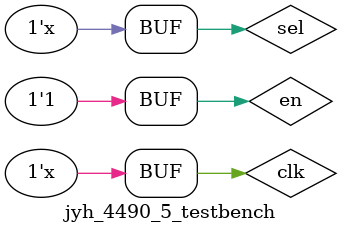
<source format=v>
`timescale 1ns/1ns
module jyh_4490_5_testbench;
reg clk;
reg en;
wire clk_out;
reg sel;

initial begin
	clk=0;
	sel=0;
	en=0;
	#100
	en=1;
end

always#10 clk=~clk;
always#50000000 sel=~sel;
jyh_4490_5_divider D1(
.en(en),
.sel(sel),
.clk_out(clk_out),
.clk(clk)
);
endmodule
</source>
